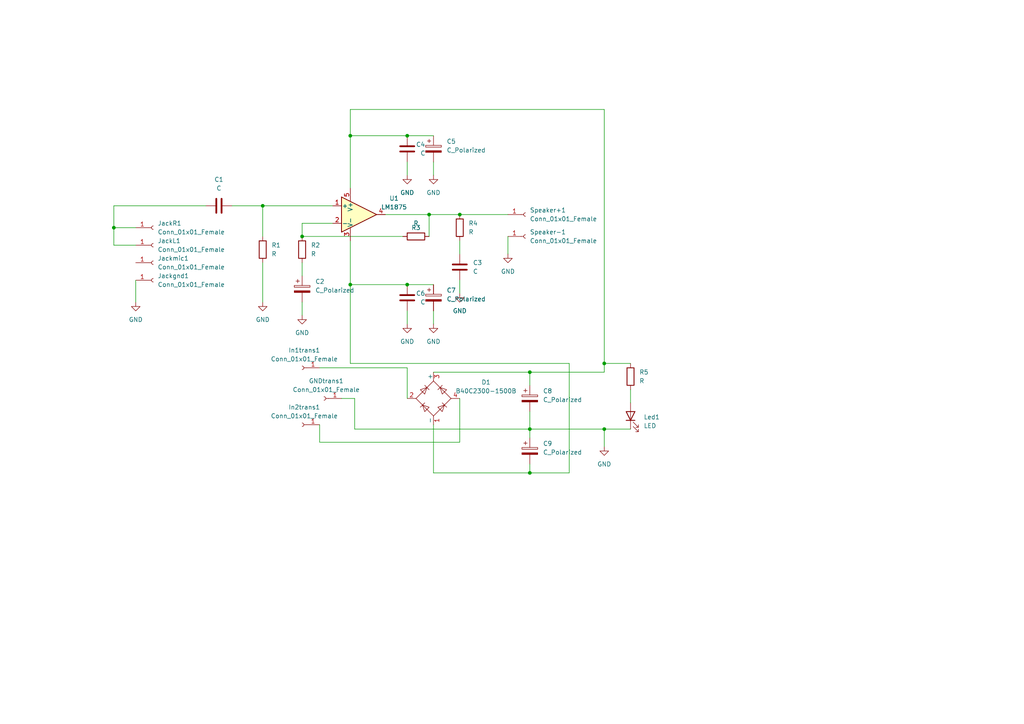
<source format=kicad_sch>
(kicad_sch (version 20211123) (generator eeschema)
  (paper "A4")
  (lib_symbols
    (symbol "Amplifier_Audio:LM1875" (pin_names (offset 0.127))
      (property "Reference" "U" (at 3.81 6.35 0))
      (property "Value" "LM1875" (at 3.81 3.81 0))
      (symbol "LM1875_0_1"
        (polyline (pts (xy -5.08 5.08) (xy 5.08 0) (xy -5.08 -5.08) (xy -5.08 5.08)) (stroke (width 0.254)) (fill (type background)))
      )
      (symbol "LM1875_1_1"
        (pin input line (at -7.62 2.54 0) (length 2.54) (name "+") (number "1"))
        (pin input line (at -7.62 -2.54 0) (length 2.54) (name "-") (number "2"))
        (pin power_in line (at -2.54 -7.62 90) (length 3.81) (name "V-") (number "3"))
        (pin output line (at 7.62 0 180) (length 2.54) (name "~") (number "4"))
        (pin power_in line (at -2.54 7.62 270) (length 3.81) (name "V+") (number "5"))
      )
    )
    (symbol "Connector:Conn_01x01_Female" (pin_names (offset 1.016) hide)
      (property "Reference" "J" (at 0 2.54 0))
      (property "Value" "Conn_01x01_Female" (at 0 -2.54 0))
      (symbol "Conn_01x01_Female_1_1"
        (polyline (pts (xy -1.27 0) (xy -0.508 0)) (stroke (width 0.1524)))
        (arc (start 0 0.508) (mid -0.508 0) (end 0 -0.508) (stroke (width 0.1524)))
        (pin passive line (at -5.08 0 0) (length 3.81) (name "Pin_1") (number "1"))
      )
    )
    (symbol "Device:C" (pin_numbers hide) (pin_names (offset 0.254))
      (property "Reference" "C" (at 0.635 2.54 0))
      (property "Value" "C" (at 0.635 -2.54 0))
      (symbol "C_0_1"
        (polyline (pts (xy -2.032 -0.762) (xy 2.032 -0.762)) (stroke (width 0.508)))
        (polyline (pts (xy -2.032 0.762) (xy 2.032 0.762)) (stroke (width 0.508)))
      )
      (symbol "C_1_1"
        (pin passive line (at 0 3.81 270) (length 2.794) (name "~") (number "1"))
        (pin passive line (at 0 -3.81 90) (length 2.794) (name "~") (number "2"))
      )
    )
    (symbol "Device:C_Polarized" (pin_numbers hide) (pin_names (offset 0.254))
      (property "Reference" "C" (at 0.635 2.54 0))
      (property "Value" "C_Polarized" (at 0.635 -2.54 0))
      (symbol "C_Polarized_0_1"
        (rectangle (start -2.286 0.508) (end 2.286 1.016))
        (polyline (pts (xy -1.778 2.286) (xy -0.762 2.286)))
        (polyline (pts (xy -1.27 2.794) (xy -1.27 1.778)))
        (rectangle (start 2.286 -0.508) (end -2.286 -1.016) (fill (type outline)))
      )
      (symbol "C_Polarized_1_1"
        (pin passive line (at 0 3.81 270) (length 2.794) (name "~") (number "1"))
        (pin passive line (at 0 -3.81 90) (length 2.794) (name "~") (number "2"))
      )
    )
    (symbol "Device:LED" (pin_numbers hide) (pin_names (offset 1.016) hide)
      (property "Reference" "D" (at 0 2.54 0))
      (property "Value" "LED" (at 0 -2.54 0))
      (symbol "LED_0_1"
        (polyline (pts (xy -1.27 -1.27) (xy -1.27 1.27)) (stroke (width 0.254)))
        (polyline (pts (xy -1.27 0) (xy 1.27 0)))
        (polyline (pts (xy 1.27 -1.27) (xy 1.27 1.27) (xy -1.27 0) (xy 1.27 -1.27)) (stroke (width 0.254)))
        (polyline (pts (xy -3.048 -0.762) (xy -4.572 -2.286) (xy -3.81 -2.286) (xy -4.572 -2.286) (xy -4.572 -1.524)))
        (polyline (pts (xy -1.778 -0.762) (xy -3.302 -2.286) (xy -2.54 -2.286) (xy -3.302 -2.286) (xy -3.302 -1.524)))
      )
      (symbol "LED_1_1"
        (pin passive line (at -3.81 0 0) (length 2.54) (name "K") (number "1"))
        (pin passive line (at 3.81 0 180) (length 2.54) (name "A") (number "2"))
      )
    )
    (symbol "Device:R" (pin_numbers hide) (pin_names (offset 0))
      (property "Reference" "R" (at 2.032 0 90))
      (property "Value" "R" (at 0 0 90))
      (symbol "R_0_1"
        (rectangle (start -1.016 -2.54) (end 1.016 2.54) (stroke (width 0.254)))
      )
      (symbol "R_1_1"
        (pin passive line (at 0 3.81 270) (length 1.27) (name "~") (number "1"))
        (pin passive line (at 0 -3.81 90) (length 1.27) (name "~") (number "2"))
      )
    )
    (symbol "Diode_Bridge:B40C2300-1500B" (pin_names (offset 0))
      (property "Reference" "D" (at 2.54 6.985 0))
      (property "Value" "B40C2300-1500B" (at 2.54 5.08 0))
      (symbol "B40C2300-1500B_0_1"
        (polyline (pts (xy -2.54 3.81) (xy -1.27 2.54)))
        (polyline (pts (xy -1.27 -2.54) (xy -2.54 -3.81)))
        (polyline (pts (xy 2.54 -1.27) (xy 3.81 -2.54)))
        (polyline (pts (xy 2.54 1.27) (xy 3.81 2.54)))
        (polyline (pts (xy -3.81 2.54) (xy -2.54 1.27) (xy -1.905 3.175) (xy -3.81 2.54)))
        (polyline (pts (xy -2.54 -1.27) (xy -3.81 -2.54) (xy -1.905 -3.175) (xy -2.54 -1.27)))
        (polyline (pts (xy 1.27 2.54) (xy 2.54 3.81) (xy 3.175 1.905) (xy 1.27 2.54)))
        (polyline (pts (xy 3.175 -1.905) (xy 1.27 -2.54) (xy 2.54 -3.81) (xy 3.175 -1.905)))
        (polyline (pts (xy -5.08 0) (xy 0 -5.08) (xy 5.08 0) (xy 0 5.08) (xy -5.08 0)))
      )
      (symbol "B40C2300-1500B_1_1"
        (pin passive line (at -7.62 0 0) (length 2.54) (name "-") (number "1"))
        (pin passive line (at 0 7.62 270) (length 2.54) (name "~") (number "2"))
        (pin passive line (at 7.62 0 180) (length 2.54) (name "+") (number "3"))
        (pin passive line (at 0 -7.62 90) (length 2.54) (name "~") (number "4"))
      )
    )
    (symbol "power:GND" (power) (pin_names (offset 0))
      (property "Value" "GND" (at 0 -3.81 0))
      (symbol "GND_0_1"
        (polyline (pts (xy 0 0) (xy 0 -1.27) (xy 1.27 -1.27) (xy 0 -2.54) (xy -1.27 -1.27) (xy 0 -1.27)))
      )
      (symbol "GND_1_1"
        (pin power_in line (at 0 0 270) (length 0) hide (name "GND") (number "1"))
      )
    )
  )
  (junction (at 118.11 82.55))
  (junction (at 175.26 124.46))
  (junction (at 133.35 62.23))
  (junction (at 101.6 39.37))
  (junction (at 153.67 137.16))
  (junction (at 33.02 66.04))
  (junction (at 76.2 59.69))
  (junction (at 101.6 82.55))
  (junction (at 124.46 62.23))
  (junction (at 87.63 68.58))
  (junction (at 153.67 124.46))
  (junction (at 118.11 39.37))
  (junction (at 153.67 107.95))
  (junction (at 175.26 105.41))
  (wire (pts (xy 92.71 106.68) (xy 118.11 106.68)))
  (wire (pts (xy 99.06 115.57) (xy 102.87 115.57)))
  (wire (pts (xy 111.76 62.23) (xy 124.46 62.23)))
  (wire (pts (xy 133.35 128.27) (xy 92.71 128.27)))
  (wire (pts (xy 102.87 124.46) (xy 153.67 124.46)))
  (wire (pts (xy 101.6 69.85) (xy 101.6 82.55)))
  (wire (pts (xy 124.46 62.23) (xy 133.35 62.23)))
  (wire (pts (xy 125.73 137.16) (xy 125.73 123.19)))
  (wire (pts (xy 175.26 107.95) (xy 175.26 105.41)))
  (wire (pts (xy 101.6 82.55) (xy 101.6 105.41)))
  (wire (pts (xy 92.71 128.27) (xy 92.71 123.19)))
  (wire (pts (xy 133.35 62.23) (xy 147.32 62.23)))
  (wire (pts (xy 101.6 105.41) (xy 165.1 105.41)))
  (wire (pts (xy 33.02 59.69) (xy 59.69 59.69)))
  (wire (pts (xy 182.88 113.03) (xy 182.88 116.84)))
  (wire (pts (xy 102.87 124.46) (xy 102.87 115.57)))
  (wire (pts (xy 125.73 90.17) (xy 125.73 93.98)))
  (wire (pts (xy 118.11 39.37) (xy 101.6 39.37)))
  (wire (pts (xy 118.11 82.55) (xy 101.6 82.55)))
  (wire (pts (xy 76.2 59.69) (xy 76.2 68.58)))
  (wire (pts (xy 39.37 81.28) (xy 39.37 87.63)))
  (wire (pts (xy 153.67 137.16) (xy 165.1 137.16)))
  (wire (pts (xy 175.26 124.46) (xy 175.26 129.54)))
  (wire (pts (xy 153.67 107.95) (xy 175.26 107.95)))
  (wire (pts (xy 101.6 39.37) (xy 101.6 54.61)))
  (wire (pts (xy 133.35 81.28) (xy 133.35 85.09)))
  (wire (pts (xy 87.63 68.58) (xy 87.63 64.77)))
  (wire (pts (xy 175.26 124.46) (xy 182.88 124.46)))
  (wire (pts (xy 33.02 66.04) (xy 33.02 59.69)))
  (wire (pts (xy 76.2 76.2) (xy 76.2 87.63)))
  (wire (pts (xy 175.26 105.41) (xy 182.88 105.41)))
  (wire (pts (xy 39.37 71.12) (xy 33.02 71.12)))
  (wire (pts (xy 67.31 59.69) (xy 76.2 59.69)))
  (wire (pts (xy 76.2 59.69) (xy 96.52 59.69)))
  (wire (pts (xy 118.11 90.17) (xy 118.11 93.98)))
  (wire (pts (xy 175.26 31.75) (xy 175.26 105.41)))
  (wire (pts (xy 87.63 76.2) (xy 87.63 80.01)))
  (wire (pts (xy 125.73 46.99) (xy 125.73 50.8)))
  (wire (pts (xy 101.6 39.37) (xy 101.6 31.75)))
  (wire (pts (xy 87.63 64.77) (xy 96.52 64.77)))
  (wire (pts (xy 118.11 39.37) (xy 125.73 39.37)))
  (wire (pts (xy 147.32 68.58) (xy 147.32 73.66)))
  (wire (pts (xy 118.11 46.99) (xy 118.11 50.8)))
  (wire (pts (xy 118.11 106.68) (xy 118.11 115.57)))
  (wire (pts (xy 165.1 137.16) (xy 165.1 105.41)))
  (wire (pts (xy 133.35 115.57) (xy 133.35 128.27)))
  (wire (pts (xy 133.35 69.85) (xy 133.35 73.66)))
  (wire (pts (xy 33.02 71.12) (xy 33.02 66.04)))
  (wire (pts (xy 153.67 119.38) (xy 153.67 124.46)))
  (wire (pts (xy 153.67 107.95) (xy 153.67 111.76)))
  (wire (pts (xy 124.46 62.23) (xy 124.46 68.58)))
  (wire (pts (xy 125.73 137.16) (xy 153.67 137.16)))
  (wire (pts (xy 125.73 107.95) (xy 153.67 107.95)))
  (wire (pts (xy 87.63 68.58) (xy 116.84 68.58)))
  (wire (pts (xy 101.6 31.75) (xy 175.26 31.75)))
  (wire (pts (xy 87.63 87.63) (xy 87.63 91.44)))
  (wire (pts (xy 118.11 82.55) (xy 125.73 82.55)))
  (wire (pts (xy 153.67 134.62) (xy 153.67 137.16)))
  (wire (pts (xy 153.67 124.46) (xy 175.26 124.46)))
  (wire (pts (xy 33.02 66.04) (xy 39.37 66.04)))
  (wire (pts (xy 153.67 124.46) (xy 153.67 127)))
  (symbol (lib_id "Device:C_Polarized") (at 125.73 86.36 0) (unit 1)
    (property "Reference" "C7" (at 129.54 84.2009 0) (effects (justify left)))
    (property "Value" "C_Polarized" (at 129.54 86.7409 0) (effects (justify left)))
    (property "Footprint" "Capacitor_THT:CP_Radial_D10.0mm_P3.80mm" (effects hide))
  )
  (symbol (lib_id "Device:C") (at 118.11 86.36 180) (unit 1)
    (property "Reference" "C6" (at 120.65 85.09 0) (effects (justify right)))
    (property "Value" "C" (at 121.92 87.6299 0) (effects (justify right)))
    (property "Footprint" "Capacitor_THT:C_Disc_D3.4mm_W2.1mm_P2.50mm" (effects hide))
  )
  (symbol (lib_id "Device:R") (at 87.63 72.39 0) (unit 1)
    (property "Reference" "R2" (at 90.17 71.1199 0) (effects (justify left)))
    (property "Value" "R" (at 90.17 73.6599 0) (effects (justify left)))
    (property "Footprint" "Resistor_THT:R_Axial_DIN0414_L11.9mm_D4.5mm_P20.32mm_Horizontal" (effects hide))
  )
  (symbol (lib_id "power:GND") (at 87.63 91.44 0) (unit 1)
    (property "Reference" "#PWR0108" (effects hide))
    (property "Value" "GND" (at 87.63 96.52 0))
  )
  (symbol (lib_id "Connector:Conn_01x01_Female") (at 152.4 62.23 0) (unit 1)
    (property "Reference" "Speaker+1" (at 153.67 60.9599 0) (effects (justify left)))
    (property "Value" "Conn_01x01_Female" (at 153.67 63.4999 0) (effects (justify left)))
    (property "Footprint" "Connector_Wire:SolderWire-0.5sqmm_1x01_D0.9mm_OD2.3mm" (effects hide))
  )
  (symbol (lib_id "power:GND") (at 118.11 93.98 0) (unit 1)
    (property "Reference" "#PWR0106" (effects hide))
    (property "Value" "GND" (at 118.11 99.06 0))
  )
  (symbol (lib_id "power:GND") (at 118.11 50.8 0) (unit 1)
    (property "Reference" "#PWR0102" (effects hide))
    (property "Value" "GND" (at 118.11 55.88 0))
  )
  (symbol (lib_id "power:GND") (at 39.37 87.63 0) (unit 1)
    (property "Reference" "#PWR0109" (effects hide))
    (property "Value" "GND" (at 39.37 92.71 0))
  )
  (symbol (lib_id "power:GND") (at 133.35 85.09 0) (unit 1)
    (property "Reference" "#PWR0105" (effects hide))
    (property "Value" "GND" (at 133.35 90.17 0))
  )
  (symbol (lib_id "power:GND") (at 147.32 73.66 0) (unit 1)
    (property "Reference" "#PWR0101" (effects hide))
    (property "Value" "GND" (at 147.32 78.74 0))
  )
  (symbol (lib_id "Device:C_Polarized") (at 125.73 43.18 0) (unit 1)
    (property "Reference" "C5" (at 129.54 41.0209 0) (effects (justify left)))
    (property "Value" "C_Polarized" (at 129.54 43.5609 0) (effects (justify left)))
    (property "Footprint" "Capacitor_THT:CP_Radial_D10.0mm_P3.80mm" (effects hide))
  )
  (symbol (lib_id "Device:C_Polarized") (at 153.67 130.81 0) (unit 1)
    (property "Reference" "C9" (at 157.48 128.6509 0) (effects (justify left)))
    (property "Value" "C_Polarized" (at 157.48 131.1909 0) (effects (justify left)))
    (property "Footprint" "Capacitor_THT:CP_Radial_D10.0mm_P3.80mm" (effects hide))
  )
  (symbol (lib_id "Device:C_Polarized") (at 153.67 115.57 0) (unit 1)
    (property "Reference" "C8" (at 157.48 113.4109 0) (effects (justify left)))
    (property "Value" "C_Polarized" (at 157.48 115.9509 0) (effects (justify left)))
    (property "Footprint" "Capacitor_THT:CP_Radial_D10.0mm_P3.80mm" (effects hide))
  )
  (symbol (lib_id "Connector:Conn_01x01_Female") (at 44.45 71.12 0) (unit 1)
    (property "Reference" "JackL1" (at 45.72 69.8499 0) (effects (justify left)))
    (property "Value" "Conn_01x01_Female" (at 45.72 72.3899 0) (effects (justify left)))
    (property "Footprint" "Connector_Wire:SolderWire-0.5sqmm_1x01_D0.9mm_OD2.3mm" (effects hide))
  )
  (symbol (lib_id "Device:C") (at 118.11 43.18 180) (unit 1)
    (property "Reference" "C4" (at 120.65 41.91 0) (effects (justify right)))
    (property "Value" "C" (at 121.92 44.4499 0) (effects (justify right)))
    (property "Footprint" "Capacitor_THT:C_Disc_D3.4mm_W2.1mm_P2.50mm" (effects hide))
  )
  (symbol (lib_id "Connector:Conn_01x01_Female") (at 44.45 76.2 0) (unit 1)
    (property "Reference" "Jackmic1" (at 45.72 74.9299 0) (effects (justify left)))
    (property "Value" "Conn_01x01_Female" (at 45.72 77.4699 0) (effects (justify left)))
    (property "Footprint" "Connector_Wire:SolderWire-0.5sqmm_1x01_D0.9mm_OD2.3mm" (effects hide))
  )
  (symbol (lib_id "Device:C") (at 133.35 77.47 180) (unit 1)
    (property "Reference" "C3" (at 137.16 76.1999 0) (effects (justify right)))
    (property "Value" "C" (at 137.16 78.7399 0) (effects (justify right)))
    (property "Footprint" "Capacitor_THT:C_Disc_D3.4mm_W2.1mm_P2.50mm" (effects hide))
  )
  (symbol (lib_id "Device:LED") (at 182.88 120.65 90) (unit 1)
    (property "Reference" "Led1" (at 186.69 120.9674 90) (effects (justify right)))
    (property "Value" "LED" (at 186.69 123.5074 90) (effects (justify right)))
    (property "Footprint" "LED_THT:LED_D2.0mm_W4.0mm_H2.8mm_FlatTop" (effects hide))
  )
  (symbol (lib_id "Device:R") (at 76.2 72.39 0) (unit 1)
    (property "Reference" "R1" (at 78.74 71.1199 0) (effects (justify left)))
    (property "Value" "R" (at 78.74 73.6599 0) (effects (justify left)))
    (property "Footprint" "Resistor_THT:R_Axial_DIN0414_L11.9mm_D4.5mm_P20.32mm_Horizontal" (effects hide))
  )
  (symbol (lib_id "Device:C_Polarized") (at 87.63 83.82 0) (unit 1)
    (property "Reference" "C2" (at 91.44 81.6609 0) (effects (justify left)))
    (property "Value" "C_Polarized" (at 91.44 84.2009 0) (effects (justify left)))
    (property "Footprint" "Capacitor_THT:CP_Radial_D10.0mm_P3.80mm" (effects hide))
  )
  (symbol (lib_id "power:GND") (at 125.73 50.8 0) (unit 1)
    (property "Reference" "#PWR0103" (effects hide))
    (property "Value" "GND" (at 125.73 55.88 0))
  )
  (symbol (lib_id "Connector:Conn_01x01_Female") (at 87.63 106.68 180) (unit 1)
    (property "Reference" "In1trans1" (at 88.265 101.6 0))
    (property "Value" "Conn_01x01_Female" (at 88.265 104.14 0))
    (property "Footprint" "Connector_Wire:SolderWire-0.5sqmm_1x01_D0.9mm_OD2.3mm" (effects hide))
  )
  (symbol (lib_id "Connector:Conn_01x01_Female") (at 44.45 81.28 0) (unit 1)
    (property "Reference" "Jackgnd1" (at 45.72 80.0099 0) (effects (justify left)))
    (property "Value" "Conn_01x01_Female" (at 45.72 82.5499 0) (effects (justify left)))
    (property "Footprint" "Connector_Wire:SolderWire-0.5sqmm_1x01_D0.9mm_OD2.3mm" (effects hide))
  )
  (symbol (lib_id "Connector:Conn_01x01_Female") (at 93.98 115.57 180) (unit 1)
    (property "Reference" "GNDtrans1" (at 94.615 110.49 0))
    (property "Value" "Conn_01x01_Female" (at 94.615 113.03 0))
    (property "Footprint" "Connector_Wire:SolderWire-0.5sqmm_1x01_D0.9mm_OD2.3mm" (effects hide))
  )
  (symbol (lib_id "Device:R") (at 182.88 109.22 0) (unit 1)
    (property "Reference" "R5" (at 185.42 107.9499 0) (effects (justify left)))
    (property "Value" "R" (at 185.42 110.4899 0) (effects (justify left)))
    (property "Footprint" "Resistor_THT:R_Axial_DIN0414_L11.9mm_D4.5mm_P20.32mm_Horizontal" (effects hide))
  )
  (symbol (lib_id "Device:C") (at 63.5 59.69 90) (unit 1)
    (property "Reference" "C1" (at 63.5 52.07 90))
    (property "Value" "C" (at 63.5 54.61 90))
    (property "Footprint" "Capacitor_THT:C_Disc_D3.4mm_W2.1mm_P2.50mm" (effects hide))
  )
  (symbol (lib_id "Diode_Bridge:B40C2300-1500B") (at 125.73 115.57 90) (unit 1)
    (property "Reference" "D1" (at 140.97 110.871 90))
    (property "Value" "B40C2300-1500B" (at 140.97 113.411 90))
    (property "Footprint" "Diode_THT:Diode_Bridge_Vishay_KBU" (effects hide))
    (property "Datasheet" "https://diotec.com/tl_files/diotec/files/pdf/datasheets/b40c2300.pdf" (effects hide))
  )
  (symbol (lib_id "power:GND") (at 76.2 87.63 0) (unit 1)
    (property "Reference" "#PWR0107" (effects hide))
    (property "Value" "GND" (at 76.2 92.71 0))
  )
  (symbol (lib_id "power:GND") (at 125.73 93.98 0) (unit 1)
    (property "Reference" "#PWR0104" (effects hide))
    (property "Value" "GND" (at 125.73 99.06 0))
  )
  (symbol (lib_id "Device:R") (at 120.65 68.58 90) (unit 1)
    (property "Reference" "R3" (at 120.65 66.04 90))
    (property "Value" "R" (at 120.65 64.77 90))
    (property "Footprint" "Resistor_THT:R_Axial_DIN0414_L11.9mm_D4.5mm_P20.32mm_Horizontal" (effects hide))
  )
  (symbol (lib_id "Connector:Conn_01x01_Female") (at 152.4 68.58 0) (unit 1)
    (property "Reference" "Speaker-1" (at 153.67 67.3099 0) (effects (justify left)))
    (property "Value" "Conn_01x01_Female" (at 153.67 69.8499 0) (effects (justify left)))
    (property "Footprint" "Connector_Wire:SolderWire-0.5sqmm_1x01_D0.9mm_OD2.3mm" (effects hide))
  )
  (symbol (lib_id "Connector:Conn_01x01_Female") (at 44.45 66.04 0) (unit 1)
    (property "Reference" "JackR1" (at 45.72 64.7699 0) (effects (justify left)))
    (property "Value" "Conn_01x01_Female" (at 45.72 67.3099 0) (effects (justify left)))
    (property "Footprint" "Connector_Wire:SolderWire-0.5sqmm_1x01_D0.9mm_OD2.3mm" (effects hide))
  )
  (symbol (lib_id "Device:R") (at 133.35 66.04 0) (unit 1)
    (property "Reference" "R4" (at 135.89 64.7699 0) (effects (justify left)))
    (property "Value" "R" (at 135.89 67.3099 0) (effects (justify left)))
    (property "Footprint" "Resistor_THT:R_Axial_DIN0414_L11.9mm_D4.5mm_P20.32mm_Horizontal" (effects hide))
  )
  (symbol (lib_id "Amplifier_Audio:LM1875") (at 104.14 62.23 0) (unit 1)
    (property "Reference" "U1" (at 114.3 57.531 0))
    (property "Value" "LM1875" (at 114.3 60.071 0))
    (property "Footprint" "Package_TO_SOT_THT:TO-220F-5_P3.4x2.06mm_StaggerOdd_Lead1.86mm_Vertical" (effects hide))
    (property "Datasheet" "http://www.ti.com/lit/ds/symlink/lm1875.pdf" (effects hide))
  )
  (symbol (lib_id "power:GND") (at 175.26 129.54 0) (unit 1)
    (property "Reference" "#PWR0110" (effects hide))
    (property "Value" "GND" (at 175.26 134.62 0))
  )
  (symbol (lib_id "Connector:Conn_01x01_Female") (at 87.63 123.19 180) (unit 1)
    (property "Reference" "In2trans1" (at 88.265 118.11 0))
    (property "Value" "Conn_01x01_Female" (at 88.265 120.65 0))
    (property "Footprint" "Connector_Wire:SolderWire-0.5sqmm_1x01_D0.9mm_OD2.3mm" (effects hide))
  )
)
</source>
